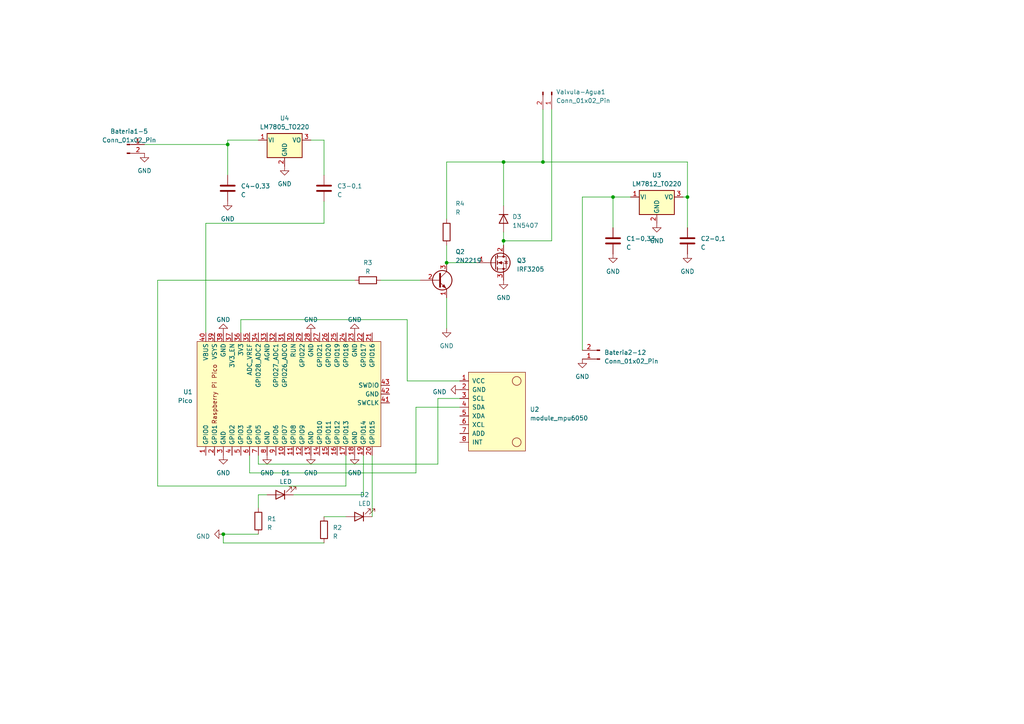
<source format=kicad_sch>
(kicad_sch (version 20230121) (generator eeschema)
  (paper "A4")
  (lib_symbols
    (symbol "Connector:Conn_01x02_Pin" (pin_names (offset 1.016) hide)
      (property "Reference" "J" (at 0 2.54 0))
      (property "Value" "Conn_01x02_Pin" (at 0 -5.08 0))
      (symbol "Conn_01x02_Pin_1_1"
        (polyline (pts (xy 1.27 -2.54) (xy 0.8636 -2.54)) (stroke (width 0.1524)))
        (polyline (pts (xy 1.27 0) (xy 0.8636 0)) (stroke (width 0.1524)))
        (rectangle (start 0.8636 -2.413) (end 0 -2.667) (stroke (width 0.1524)) (fill (type outline)))
        (rectangle (start 0.8636 0.127) (end 0 -0.127) (stroke (width 0.1524)) (fill (type outline)))
        (pin passive line (at 5.08 0 180) (length 3.81) (name "Pin_1") (number "1"))
        (pin passive line (at 5.08 -2.54 180) (length 3.81) (name "Pin_2") (number "2"))
      )
    )
    (symbol "Device:C" (pin_numbers hide) (pin_names (offset 0.254))
      (property "Reference" "C" (at 0.635 2.54 0))
      (property "Value" "C" (at 0.635 -2.54 0))
      (symbol "C_0_1"
        (polyline (pts (xy -2.032 -0.762) (xy 2.032 -0.762)) (stroke (width 0.508)))
        (polyline (pts (xy -2.032 0.762) (xy 2.032 0.762)) (stroke (width 0.508)))
      )
      (symbol "C_1_1"
        (pin passive line (at 0 3.81 270) (length 2.794) (name "~") (number "1"))
        (pin passive line (at 0 -3.81 90) (length 2.794) (name "~") (number "2"))
      )
    )
    (symbol "Device:LED" (pin_numbers hide) (pin_names (offset 1.016) hide)
      (property "Reference" "D" (at 0 2.54 0))
      (property "Value" "LED" (at 0 -2.54 0))
      (symbol "LED_0_1"
        (polyline (pts (xy -1.27 -1.27) (xy -1.27 1.27)) (stroke (width 0.254)))
        (polyline (pts (xy -1.27 0) (xy 1.27 0)))
        (polyline (pts (xy 1.27 -1.27) (xy 1.27 1.27) (xy -1.27 0) (xy 1.27 -1.27)) (stroke (width 0.254)))
        (polyline (pts (xy -3.048 -0.762) (xy -4.572 -2.286) (xy -3.81 -2.286) (xy -4.572 -2.286) (xy -4.572 -1.524)))
        (polyline (pts (xy -1.778 -0.762) (xy -3.302 -2.286) (xy -2.54 -2.286) (xy -3.302 -2.286) (xy -3.302 -1.524)))
      )
      (symbol "LED_1_1"
        (pin passive line (at -3.81 0 0) (length 2.54) (name "K") (number "1"))
        (pin passive line (at 3.81 0 180) (length 2.54) (name "A") (number "2"))
      )
    )
    (symbol "Device:R" (pin_numbers hide) (pin_names (offset 0))
      (property "Reference" "R" (at 2.032 0 90))
      (property "Value" "R" (at 0 0 90))
      (symbol "R_0_1"
        (rectangle (start -1.016 -2.54) (end 1.016 2.54) (stroke (width 0.254)))
      )
      (symbol "R_1_1"
        (pin passive line (at 0 3.81 270) (length 1.27) (name "~") (number "1"))
        (pin passive line (at 0 -3.81 90) (length 1.27) (name "~") (number "2"))
      )
    )
    (symbol "Diode:1N5407" (pin_numbers hide) (pin_names hide)
      (property "Reference" "D" (at 0 2.54 0))
      (property "Value" "1N5407" (at 0 -2.54 0))
      (symbol "1N5407_0_1"
        (polyline (pts (xy -1.27 1.27) (xy -1.27 -1.27)) (stroke (width 0.254)))
        (polyline (pts (xy 1.27 0) (xy -1.27 0)))
        (polyline (pts (xy 1.27 1.27) (xy 1.27 -1.27) (xy -1.27 0) (xy 1.27 1.27)) (stroke (width 0.254)))
      )
      (symbol "1N5407_1_1"
        (pin passive line (at -3.81 0 0) (length 2.54) (name "K") (number "1"))
        (pin passive line (at 3.81 0 180) (length 2.54) (name "A") (number "2"))
      )
    )
    (symbol "MCU_RaspberryPi_and_Boards:Pico"
      (property "Reference" "U" (at -13.97 27.94 0))
      (property "Value" "Pico" (at 0 19.05 0))
      (symbol "Pico_0_0"
        (text "Raspberry Pi Pico" (at 0 21.59 0) (effects (font (size 1.27 1.27))))
      )
      (symbol "Pico_0_1"
        (rectangle (start -15.24 26.67) (end 15.24 -26.67) (fill (type background)))
      )
      (symbol "Pico_1_1"
        (pin bidirectional line (at -17.78 24.13 0) (length 2.54) (name "GPIO0") (number "1"))
        (pin bidirectional line (at -17.78 1.27 0) (length 2.54) (name "GPIO7") (number "10"))
        (pin bidirectional line (at -17.78 -1.27 0) (length 2.54) (name "GPIO8") (number "11"))
        (pin bidirectional line (at -17.78 -3.81 0) (length 2.54) (name "GPIO9") (number "12"))
        (pin power_in line (at -17.78 -6.35 0) (length 2.54) (name "GND") (number "13"))
        (pin bidirectional line (at -17.78 -8.89 0) (length 2.54) (name "GPIO10") (number "14"))
        (pin bidirectional line (at -17.78 -11.43 0) (length 2.54) (name "GPIO11") (number "15"))
        (pin bidirectional line (at -17.78 -13.97 0) (length 2.54) (name "GPIO12") (number "16"))
        (pin bidirectional line (at -17.78 -16.51 0) (length 2.54) (name "GPIO13") (number "17"))
        (pin power_in line (at -17.78 -19.05 0) (length 2.54) (name "GND") (number "18"))
        (pin bidirectional line (at -17.78 -21.59 0) (length 2.54) (name "GPIO14") (number "19"))
        (pin bidirectional line (at -17.78 21.59 0) (length 2.54) (name "GPIO1") (number "2"))
        (pin bidirectional line (at -17.78 -24.13 0) (length 2.54) (name "GPIO15") (number "20"))
        (pin bidirectional line (at 17.78 -24.13 180) (length 2.54) (name "GPIO16") (number "21"))
        (pin bidirectional line (at 17.78 -21.59 180) (length 2.54) (name "GPIO17") (number "22"))
        (pin power_in line (at 17.78 -19.05 180) (length 2.54) (name "GND") (number "23"))
        (pin bidirectional line (at 17.78 -16.51 180) (length 2.54) (name "GPIO18") (number "24"))
        (pin bidirectional line (at 17.78 -13.97 180) (length 2.54) (name "GPIO19") (number "25"))
        (pin bidirectional line (at 17.78 -11.43 180) (length 2.54) (name "GPIO20") (number "26"))
        (pin bidirectional line (at 17.78 -8.89 180) (length 2.54) (name "GPIO21") (number "27"))
        (pin power_in line (at 17.78 -6.35 180) (length 2.54) (name "GND") (number "28"))
        (pin bidirectional line (at 17.78 -3.81 180) (length 2.54) (name "GPIO22") (number "29"))
        (pin power_in line (at -17.78 19.05 0) (length 2.54) (name "GND") (number "3"))
        (pin input line (at 17.78 -1.27 180) (length 2.54) (name "RUN") (number "30"))
        (pin bidirectional line (at 17.78 1.27 180) (length 2.54) (name "GPIO26_ADC0") (number "31"))
        (pin bidirectional line (at 17.78 3.81 180) (length 2.54) (name "GPIO27_ADC1") (number "32"))
        (pin power_in line (at 17.78 6.35 180) (length 2.54) (name "AGND") (number "33"))
        (pin bidirectional line (at 17.78 8.89 180) (length 2.54) (name "GPIO28_ADC2") (number "34"))
        (pin power_in line (at 17.78 11.43 180) (length 2.54) (name "ADC_VREF") (number "35"))
        (pin power_in line (at 17.78 13.97 180) (length 2.54) (name "3V3") (number "36"))
        (pin input line (at 17.78 16.51 180) (length 2.54) (name "3V3_EN") (number "37"))
        (pin bidirectional line (at 17.78 19.05 180) (length 2.54) (name "GND") (number "38"))
        (pin power_in line (at 17.78 21.59 180) (length 2.54) (name "VSYS") (number "39"))
        (pin bidirectional line (at -17.78 16.51 0) (length 2.54) (name "GPIO2") (number "4"))
        (pin power_in line (at 17.78 24.13 180) (length 2.54) (name "VBUS") (number "40"))
        (pin input line (at -2.54 -29.21 90) (length 2.54) (name "SWCLK") (number "41"))
        (pin power_in line (at 0 -29.21 90) (length 2.54) (name "GND") (number "42"))
        (pin bidirectional line (at 2.54 -29.21 90) (length 2.54) (name "SWDIO") (number "43"))
        (pin bidirectional line (at -17.78 13.97 0) (length 2.54) (name "GPIO3") (number "5"))
        (pin bidirectional line (at -17.78 11.43 0) (length 2.54) (name "GPIO4") (number "6"))
        (pin bidirectional line (at -17.78 8.89 0) (length 2.54) (name "GPIO5") (number "7"))
        (pin power_in line (at -17.78 6.35 0) (length 2.54) (name "GND") (number "8"))
        (pin bidirectional line (at -17.78 3.81 0) (length 2.54) (name "GPIO6") (number "9"))
      )
    )
    (symbol "Regulator_Linear:LM7805_TO220" (pin_names (offset 0.254))
      (property "Reference" "U" (at -3.81 3.175 0))
      (property "Value" "LM7805_TO220" (at 0 3.175 0))
      (symbol "LM7805_TO220_0_1"
        (rectangle (start -5.08 1.905) (end 5.08 -5.08) (stroke (width 0.254)) (fill (type background)))
      )
      (symbol "LM7805_TO220_1_1"
        (pin power_in line (at -7.62 0 0) (length 2.54) (name "VI") (number "1"))
        (pin power_in line (at 0 -7.62 90) (length 2.54) (name "GND") (number "2"))
        (pin power_out line (at 7.62 0 180) (length 2.54) (name "VO") (number "3"))
      )
    )
    (symbol "Regulator_Linear:LM7812_TO220" (pin_names (offset 0.254))
      (property "Reference" "U" (at -3.81 3.175 0))
      (property "Value" "LM7812_TO220" (at 0 3.175 0))
      (symbol "LM7812_TO220_0_1"
        (rectangle (start -5.08 1.905) (end 5.08 -5.08) (stroke (width 0.254)) (fill (type background)))
      )
      (symbol "LM7812_TO220_1_1"
        (pin power_in line (at -7.62 0 0) (length 2.54) (name "VI") (number "1"))
        (pin power_in line (at 0 -7.62 90) (length 2.54) (name "GND") (number "2"))
        (pin power_out line (at 7.62 0 180) (length 2.54) (name "VO") (number "3"))
      )
    )
    (symbol "Transistor_BJT:2N2219" (pin_names (offset 0) hide)
      (property "Reference" "Q" (at 5.08 1.905 0))
      (property "Value" "2N2219" (at 5.08 0 0))
      (symbol "2N2219_0_1"
        (polyline (pts (xy 0.635 0.635) (xy 2.54 2.54)))
        (polyline (pts (xy 0.635 -0.635) (xy 2.54 -2.54) (xy 2.54 -2.54)))
        (polyline (pts (xy 0.635 1.905) (xy 0.635 -1.905) (xy 0.635 -1.905)) (stroke (width 0.508)))
        (polyline (pts (xy 1.27 -1.778) (xy 1.778 -1.27) (xy 2.286 -2.286) (xy 1.27 -1.778) (xy 1.27 -1.778)) (fill (type outline)))
        (circle (center 1.27 0) (radius 2.8194) (stroke (width 0.254)))
      )
      (symbol "2N2219_1_1"
        (pin passive line (at 2.54 -5.08 90) (length 2.54) (name "E") (number "1"))
        (pin passive line (at -5.08 0 0) (length 5.715) (name "B") (number "2"))
        (pin passive line (at 2.54 5.08 270) (length 2.54) (name "C") (number "3"))
      )
    )
    (symbol "Transistor_FET:IRF3205" (pin_names hide)
      (property "Reference" "Q" (at 6.35 1.905 0))
      (property "Value" "IRF3205" (at 6.35 0 0))
      (symbol "IRF3205_0_1"
        (polyline (pts (xy 0.254 0) (xy -2.54 0)))
        (polyline (pts (xy 0.254 1.905) (xy 0.254 -1.905)) (stroke (width 0.254)))
        (polyline (pts (xy 0.762 -1.27) (xy 0.762 -2.286)) (stroke (width 0.254)))
        (polyline (pts (xy 0.762 0.508) (xy 0.762 -0.508)) (stroke (width 0.254)))
        (polyline (pts (xy 0.762 2.286) (xy 0.762 1.27)) (stroke (width 0.254)))
        (polyline (pts (xy 2.54 2.54) (xy 2.54 1.778)))
        (polyline (pts (xy 2.54 -2.54) (xy 2.54 0) (xy 0.762 0)))
        (polyline (pts (xy 0.762 -1.778) (xy 3.302 -1.778) (xy 3.302 1.778) (xy 0.762 1.778)))
        (polyline (pts (xy 1.016 0) (xy 2.032 0.381) (xy 2.032 -0.381) (xy 1.016 0)) (fill (type outline)))
        (polyline (pts (xy 2.794 0.508) (xy 2.921 0.381) (xy 3.683 0.381) (xy 3.81 0.254)))
        (polyline (pts (xy 3.302 0.381) (xy 2.921 -0.254) (xy 3.683 -0.254) (xy 3.302 0.381)))
        (circle (center 1.651 0) (radius 2.794) (stroke (width 0.254)))
        (circle (center 2.54 -1.778) (radius 0.254) (fill (type outline)))
        (circle (center 2.54 1.778) (radius 0.254) (fill (type outline)))
      )
      (symbol "IRF3205_1_1"
        (pin input line (at -5.08 0 0) (length 2.54) (name "G") (number "1"))
        (pin passive line (at 2.54 5.08 270) (length 2.54) (name "D") (number "2"))
        (pin passive line (at 2.54 -5.08 90) (length 2.54) (name "S") (number "3"))
      )
    )
    (symbol "power:GND" (power) (pin_names (offset 0))
      (property "Value" "GND" (at 0 -3.81 0))
      (symbol "GND_0_1"
        (polyline (pts (xy 0 0) (xy 0 -1.27) (xy 1.27 -1.27) (xy 0 -2.54) (xy -1.27 -1.27) (xy 0 -1.27)))
      )
      (symbol "GND_1_1"
        (pin power_in line (at 0 0 270) (length 0) hide (name "GND") (number "1"))
      )
    )
    (symbol "usini_sensors:module_mpu6050" (pin_names (offset 1.016))
      (property "Reference" "U" (at 2.54 21.59 0))
      (property "Value" "module_mpu6050" (at 11.43 -3.81 0))
      (symbol "module_mpu6050_0_1"
        (rectangle (start 2.54 20.32) (end 19.05 -2.54) (fill (type background)))
        (circle (center 16.51 0) (radius 1.27))
        (circle (center 16.51 17.78) (radius 1.27))
      )
      (symbol "module_mpu6050_1_1"
        (pin input line (at 0 17.78 0) (length 2.54) (name "VCC") (number "1"))
        (pin input line (at 0 15.24 0) (length 2.54) (name "GND") (number "2"))
        (pin input line (at 0 12.7 0) (length 2.54) (name "SCL") (number "3"))
        (pin input line (at 0 10.16 0) (length 2.54) (name "SDA") (number "4"))
        (pin input line (at 0 7.62 0) (length 2.54) (name "XDA") (number "5"))
        (pin input line (at 0 5.08 0) (length 2.54) (name "XCL") (number "6"))
        (pin input line (at 0 2.54 0) (length 2.54) (name "ADD") (number "7"))
        (pin input line (at 0 0 0) (length 2.54) (name "INT") (number "8"))
      )
    )
  )
  (junction (at 66.04 41.91))
  (junction (at 177.8 57.15))
  (junction (at 146.05 69.85))
  (junction (at 157.48 46.99))
  (junction (at 129.54 76.2))
  (junction (at 199.39 57.15))
  (junction (at 64.77 154.94))
  (junction (at 146.05 46.99))
  (wire (pts (xy 120.65 137.16) (xy 120.65 118.11)))
  (wire (pts (xy 64.77 154.94) (xy 74.93 154.94)))
  (wire (pts (xy 74.93 147.32) (xy 74.93 143.51)))
  (wire (pts (xy 93.98 50.8) (xy 93.98 40.64)))
  (wire (pts (xy 118.11 110.49) (xy 118.11 92.71)))
  (wire (pts (xy 129.54 71.12) (xy 129.54 76.2)))
  (wire (pts (xy 64.77 154.94) (xy 64.77 157.48)))
  (wire (pts (xy 129.54 95.25) (xy 129.54 86.36)))
  (wire (pts (xy 182.88 57.15) (xy 177.8 57.15)))
  (wire (pts (xy 64.77 157.48) (xy 93.98 157.48)))
  (wire (pts (xy 93.98 149.86) (xy 100.33 149.86)))
  (wire (pts (xy 146.05 46.99) (xy 146.05 59.69)))
  (wire (pts (xy 107.95 132.08) (xy 107.95 149.86)))
  (wire (pts (xy 85.09 143.51) (xy 105.41 143.51)))
  (wire (pts (xy 118.11 110.49) (xy 133.35 110.49)))
  (wire (pts (xy 72.39 132.08) (xy 72.39 137.16)))
  (wire (pts (xy 177.8 57.15) (xy 177.8 66.04)))
  (wire (pts (xy 129.54 46.99) (xy 146.05 46.99)))
  (wire (pts (xy 198.12 57.15) (xy 199.39 57.15)))
  (wire (pts (xy 121.92 81.28) (xy 110.49 81.28)))
  (wire (pts (xy 129.54 76.2) (xy 138.43 76.2)))
  (wire (pts (xy 45.72 140.97) (xy 100.33 140.97)))
  (wire (pts (xy 93.98 64.77) (xy 93.98 58.42)))
  (wire (pts (xy 199.39 57.15) (xy 199.39 66.04)))
  (wire (pts (xy 168.91 57.15) (xy 168.91 101.6)))
  (wire (pts (xy 120.65 118.11) (xy 133.35 118.11)))
  (wire (pts (xy 100.33 140.97) (xy 100.33 132.08)))
  (wire (pts (xy 146.05 67.31) (xy 146.05 69.85)))
  (wire (pts (xy 59.69 64.77) (xy 59.69 96.52)))
  (wire (pts (xy 127 134.62) (xy 127 115.57)))
  (wire (pts (xy 59.69 64.77) (xy 93.98 64.77)))
  (wire (pts (xy 66.04 40.64) (xy 66.04 41.91)))
  (wire (pts (xy 66.04 41.91) (xy 66.04 50.8)))
  (wire (pts (xy 93.98 40.64) (xy 90.17 40.64)))
  (wire (pts (xy 66.04 40.64) (xy 74.93 40.64)))
  (wire (pts (xy 199.39 57.15) (xy 199.39 46.99)))
  (wire (pts (xy 74.93 143.51) (xy 77.47 143.51)))
  (wire (pts (xy 160.02 69.85) (xy 146.05 69.85)))
  (wire (pts (xy 146.05 69.85) (xy 146.05 71.12)))
  (wire (pts (xy 129.54 46.99) (xy 129.54 63.5)))
  (wire (pts (xy 160.02 31.75) (xy 160.02 69.85)))
  (wire (pts (xy 45.72 81.28) (xy 45.72 140.97)))
  (wire (pts (xy 168.91 57.15) (xy 177.8 57.15)))
  (wire (pts (xy 45.72 81.28) (xy 102.87 81.28)))
  (wire (pts (xy 41.91 41.91) (xy 66.04 41.91)))
  (wire (pts (xy 74.93 132.08) (xy 74.93 134.62)))
  (wire (pts (xy 72.39 137.16) (xy 120.65 137.16)))
  (wire (pts (xy 105.41 143.51) (xy 105.41 132.08)))
  (wire (pts (xy 157.48 31.75) (xy 157.48 46.99)))
  (wire (pts (xy 118.11 92.71) (xy 69.85 92.71)))
  (wire (pts (xy 146.05 46.99) (xy 157.48 46.99)))
  (wire (pts (xy 74.93 134.62) (xy 127 134.62)))
  (wire (pts (xy 69.85 92.71) (xy 69.85 96.52)))
  (wire (pts (xy 157.48 46.99) (xy 199.39 46.99)))
  (wire (pts (xy 127 115.57) (xy 133.35 115.57)))
  (symbol (lib_id "Device:C") (at 177.8 69.85 0) (unit 1)
    (property "Reference" "C1-0,33" (at 181.61 69.215 0) (effects (justify left)))
    (property "Value" "C" (at 181.61 71.755 0) (effects (justify left)))
    (property "Footprint" "Capacitor_THT:CP_Radial_D4.0mm_P2.00mm" (effects hide))
  )
  (symbol (lib_id "Transistor_BJT:2N2219") (at 127 81.28 0) (unit 1)
    (property "Reference" "Q2" (at 132.08 73.025 0) (effects (justify left)))
    (property "Value" "2N2219" (at 132.08 75.565 0) (effects (justify left)))
    (property "Footprint" "Package_TO_SOT_THT:TO-39-3" (effects hide))
    (property "Datasheet" "http://www.onsemi.com/pub_link/Collateral/2N2219-D.PDF" (effects hide))
  )
  (symbol (lib_id "MCU_RaspberryPi_and_Boards:Pico") (at 83.82 114.3 90) (unit 1)
    (property "Reference" "U1" (at 55.88 113.665 90) (effects (justify left)))
    (property "Value" "Pico" (at 55.88 116.205 90) (effects (justify left)))
    (property "Footprint" "MCU_RaspberryPi_and_Boards silicon:RPi_Pico_SMD_TH" (effects hide))
  )
  (symbol (lib_id "power:GND") (at 102.87 96.52 180) (unit 1)
    (property "Reference" "#PWR05" (effects hide))
    (property "Value" "GND" (at 102.87 92.71 0))
  )
  (symbol (lib_id "power:GND") (at 90.17 132.08 0) (unit 1)
    (property "Reference" "#PWR03" (effects hide))
    (property "Value" "GND" (at 90.17 137.16 0))
  )
  (symbol (lib_id "power:GND") (at 190.5 64.77 0) (unit 1)
    (property "Reference" "#PWR017" (effects hide))
    (property "Value" "GND" (at 190.5 69.85 0))
  )
  (symbol (lib_id "Device:LED") (at 81.28 143.51 180) (unit 1)
    (property "Reference" "D1" (at 82.8675 137.16 0))
    (property "Value" "LED" (at 82.8675 139.7 0))
    (property "Footprint" "LED_THT:LED_D3.0mm_Clear" (effects hide))
  )
  (symbol (lib_id "Device:C") (at 66.04 54.61 0) (unit 1)
    (property "Reference" "C4-0,33" (at 69.85 53.975 0) (effects (justify left)))
    (property "Value" "C" (at 69.85 56.515 0) (effects (justify left)))
    (property "Footprint" "Capacitor_THT:CP_Radial_D4.0mm_P2.00mm" (effects hide))
  )
  (symbol (lib_id "power:GND") (at 64.77 96.52 180) (unit 1)
    (property "Reference" "#PWR06" (effects hide))
    (property "Value" "GND" (at 64.77 92.71 0))
  )
  (symbol (lib_id "Transistor_FET:IRF3205") (at 143.51 76.2 0) (unit 1)
    (property "Reference" "Q3" (at 149.86 75.565 0) (effects (justify left)))
    (property "Value" "IRF3205" (at 149.86 78.105 0) (effects (justify left)))
    (property "Footprint" "Package_TO_SOT_THT:TO-220-3_Vertical" (effects hide))
    (property "Datasheet" "http://www.irf.com/product-info/datasheets/data/irf3205.pdf" (effects hide))
  )
  (symbol (lib_id "power:GND") (at 168.91 104.14 0) (unit 1)
    (property "Reference" "#PWR023" (effects hide))
    (property "Value" "GND" (at 168.91 109.22 0))
  )
  (symbol (lib_id "Regulator_Linear:LM7812_TO220") (at 190.5 57.15 0) (unit 1)
    (property "Reference" "U3" (at 190.5 50.8 0))
    (property "Value" "LM7812_TO220" (at 190.5 53.34 0))
    (property "Footprint" "Package_TO_SOT_THT:TO-220-3_Vertical" (effects hide))
    (property "Datasheet" "https://www.onsemi.cn/PowerSolutions/document/MC7800-D.PDF" (effects hide))
  )
  (symbol (lib_id "power:GND") (at 133.35 113.03 270) (unit 1)
    (property "Reference" "#PWR01" (effects hide))
    (property "Value" "GND" (at 129.54 113.665 90) (effects (justify right)))
  )
  (symbol (lib_id "power:GND") (at 146.05 81.28 0) (unit 1)
    (property "Reference" "#PWR013" (effects hide))
    (property "Value" "GND" (at 146.05 86.36 0))
  )
  (symbol (lib_id "Device:LED") (at 104.14 149.86 180) (unit 1)
    (property "Reference" "D2" (at 105.7275 143.51 0))
    (property "Value" "LED" (at 105.7275 146.05 0))
    (property "Footprint" "LED_THT:LED_D3.0mm_Clear" (effects hide))
  )
  (symbol (lib_id "Device:C") (at 93.98 54.61 0) (unit 1)
    (property "Reference" "C3-0,1" (at 97.79 53.975 0) (effects (justify left)))
    (property "Value" "C" (at 97.79 56.515 0) (effects (justify left)))
    (property "Footprint" "Capacitor_THT:CP_Radial_D4.0mm_P2.00mm" (effects hide))
  )
  (symbol (lib_id "Connector:Conn_01x02_Pin") (at 173.99 104.14 180) (unit 1)
    (property "Reference" "Bateria2-12" (at 175.26 102.235 0) (effects (justify right)))
    (property "Value" "Conn_01x02_Pin" (at 175.26 104.775 0) (effects (justify right)))
    (property "Footprint" "TerminalBlock:TerminalBlock_bornier-2_P5.08mm" (effects hide))
  )
  (symbol (lib_id "Device:R") (at 106.68 81.28 270) (unit 1)
    (property "Reference" "R3" (at 106.68 76.2 90))
    (property "Value" "R" (at 106.68 78.74 90))
    (property "Footprint" "Resistor_THT:R_Axial_DIN0207_L6.3mm_D2.5mm_P10.16mm_Horizontal" (effects hide))
  )
  (symbol (lib_id "Connector:Conn_01x02_Pin") (at 160.02 26.67 270) (unit 1)
    (property "Reference" "Valvula-Agua1" (at 161.29 26.67 90) (effects (justify left)))
    (property "Value" "Conn_01x02_Pin" (at 161.29 29.21 90) (effects (justify left)))
    (property "Footprint" "TerminalBlock:TerminalBlock_bornier-2_P5.08mm" (effects hide))
  )
  (symbol (lib_id "power:GND") (at 77.47 132.08 0) (unit 1)
    (property "Reference" "#PWR07" (effects hide))
    (property "Value" "GND" (at 77.47 137.16 0))
  )
  (symbol (lib_id "power:GND") (at 199.39 73.66 0) (unit 1)
    (property "Reference" "#PWR025" (effects hide))
    (property "Value" "GND" (at 199.39 78.74 0))
  )
  (symbol (lib_id "Regulator_Linear:LM7805_TO220") (at 82.55 40.64 0) (unit 1)
    (property "Reference" "U4" (at 82.55 34.29 0))
    (property "Value" "LM7805_TO220" (at 82.55 36.83 0))
    (property "Footprint" "Package_TO_SOT_THT:TO-220-3_Vertical" (effects hide))
    (property "Datasheet" "https://www.onsemi.cn/PowerSolutions/document/MC7800-D.PDF" (effects hide))
  )
  (symbol (lib_id "Device:R") (at 129.54 67.31 0) (unit 1)
    (property "Reference" "R4" (at 132.08 59.055 0) (effects (justify left)))
    (property "Value" "R" (at 132.08 61.595 0) (effects (justify left)))
    (property "Footprint" "Resistor_THT:R_Axial_DIN0207_L6.3mm_D2.5mm_P10.16mm_Horizontal" (effects hide))
  )
  (symbol (lib_id "power:GND") (at 41.91 44.45 0) (unit 1)
    (property "Reference" "#PWR014" (effects hide))
    (property "Value" "GND" (at 41.91 49.53 0))
  )
  (symbol (lib_id "power:GND") (at 66.04 58.42 0) (unit 1)
    (property "Reference" "#PWR020" (effects hide))
    (property "Value" "GND" (at 66.04 63.5 0))
  )
  (symbol (lib_id "power:GND") (at 64.77 132.08 0) (unit 1)
    (property "Reference" "#PWR04" (effects hide))
    (property "Value" "GND" (at 64.77 137.16 0))
  )
  (symbol (lib_id "usini_sensors:module_mpu6050") (at 133.35 128.27 0) (unit 1)
    (property "Reference" "U2" (at 153.67 118.745 0) (effects (justify left)))
    (property "Value" "module_mpu6050" (at 153.67 121.285 0) (effects (justify left)))
    (property "Footprint" "sensor mpu6050:module_mpu6050" (effects hide))
  )
  (symbol (lib_id "power:GND") (at 64.77 154.94 270) (unit 1)
    (property "Reference" "#PWR012" (effects hide))
    (property "Value" "GND" (at 60.96 155.575 90) (effects (justify right)))
  )
  (symbol (lib_id "power:GND") (at 177.8 73.66 0) (unit 1)
    (property "Reference" "#PWR015" (effects hide))
    (property "Value" "GND" (at 177.8 78.74 0))
  )
  (symbol (lib_id "Device:R") (at 93.98 153.67 180) (unit 1)
    (property "Reference" "R2" (at 96.52 153.035 0) (effects (justify right)))
    (property "Value" "R" (at 96.52 155.575 0) (effects (justify right)))
    (property "Footprint" "Resistor_THT:R_Axial_DIN0207_L6.3mm_D2.5mm_P10.16mm_Horizontal" (effects hide))
  )
  (symbol (lib_id "power:GND") (at 129.54 95.25 0) (unit 1)
    (property "Reference" "#PWR02" (effects hide))
    (property "Value" "GND" (at 129.54 100.33 0))
  )
  (symbol (lib_id "power:GND") (at 102.87 132.08 0) (unit 1)
    (property "Reference" "#PWR08" (effects hide))
    (property "Value" "GND" (at 102.87 137.16 0))
  )
  (symbol (lib_id "Device:C") (at 199.39 69.85 0) (unit 1)
    (property "Reference" "C2-0,1" (at 203.2 69.215 0) (effects (justify left)))
    (property "Value" "C" (at 203.2 71.755 0) (effects (justify left)))
    (property "Footprint" "Capacitor_THT:CP_Radial_D4.0mm_P2.00mm" (effects hide))
  )
  (symbol (lib_id "power:GND") (at 82.55 48.26 0) (unit 1)
    (property "Reference" "#PWR011" (effects hide))
    (property "Value" "GND" (at 82.55 53.34 0))
  )
  (symbol (lib_id "Device:R") (at 74.93 151.13 180) (unit 1)
    (property "Reference" "R1" (at 77.47 150.495 0) (effects (justify right)))
    (property "Value" "R" (at 77.47 153.035 0) (effects (justify right)))
    (property "Footprint" "Resistor_THT:R_Axial_DIN0207_L6.3mm_D2.5mm_P10.16mm_Horizontal" (effects hide))
  )
  (symbol (lib_id "Diode:1N5407") (at 146.05 63.5 270) (unit 1)
    (property "Reference" "D3" (at 148.59 62.865 90) (effects (justify left)))
    (property "Value" "1N5407" (at 148.59 65.405 90) (effects (justify left)))
    (property "Footprint" "Diode_THT:D_DO-41_SOD81_P10.16mm_Horizontal" (effects hide))
    (property "Datasheet" "http://www.vishay.com/docs/88516/1n5400.pdf" (effects hide))
    (property "Sim.Device" "D" (effects hide))
    (property "Sim.Pins" "1=K 2=A" (effects hide))
  )
  (symbol (lib_id "Connector:Conn_01x02_Pin") (at 36.83 41.91 0) (unit 1)
    (property "Reference" "Bateria1-5" (at 37.465 38.1 0))
    (property "Value" "Conn_01x02_Pin" (at 37.465 40.64 0))
    (property "Footprint" "TerminalBlock:TerminalBlock_bornier-2_P5.08mm" (effects hide))
  )
  (symbol (lib_id "power:GND") (at 90.17 96.52 180) (unit 1)
    (property "Reference" "#PWR010" (effects hide))
    (property "Value" "GND" (at 90.17 92.71 0))
  )
)
</source>
